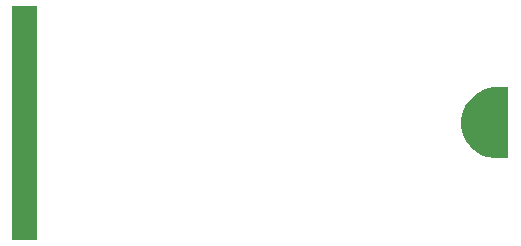
<source format=gbs>
G04*
G04 #@! TF.GenerationSoftware,Altium Limited,Altium Designer,21.1.0 (24)*
G04*
G04 Layer_Color=16711935*
%FSLAX44Y44*%
%MOMM*%
G71*
G04*
G04 #@! TF.SameCoordinates,8E971300-D6CB-4BFE-A36B-9E0936113F83*
G04*
G04*
G04 #@! TF.FilePolarity,Negative*
G04*
G01*
G75*
%ADD29R,1.7032X0.5532*%
G36*
X-0Y249250D02*
X2Y50750D01*
X21000Y50750D01*
X21000Y249250D01*
X-0Y249250D01*
D02*
G37*
G36*
X410000Y120000D02*
X407639D01*
X402975Y120739D01*
X398484Y122198D01*
X394277Y124342D01*
X390456Y127117D01*
X387117Y130456D01*
X384342Y134277D01*
X382198Y138484D01*
X380739Y142975D01*
X380000Y147639D01*
Y152361D01*
X380739Y157025D01*
X382198Y161516D01*
X384342Y165723D01*
X387117Y169544D01*
X390456Y172883D01*
X394277Y175658D01*
X398484Y177802D01*
X402975Y179261D01*
X407639Y180000D01*
X410000D01*
D01*
X420000Y180000D01*
X420000Y120000D01*
X410000Y120000D01*
D02*
G37*
D29*
X12500Y240000D02*
D03*
Y235000D02*
D03*
Y230000D02*
D03*
Y225000D02*
D03*
Y220000D02*
D03*
Y215000D02*
D03*
Y210000D02*
D03*
Y205000D02*
D03*
Y200000D02*
D03*
Y195000D02*
D03*
Y190000D02*
D03*
Y185000D02*
D03*
Y180000D02*
D03*
Y175000D02*
D03*
Y170000D02*
D03*
Y165000D02*
D03*
Y160000D02*
D03*
Y155000D02*
D03*
Y150000D02*
D03*
Y145000D02*
D03*
Y140000D02*
D03*
Y135000D02*
D03*
Y110000D02*
D03*
Y105000D02*
D03*
Y100000D02*
D03*
Y95000D02*
D03*
Y90000D02*
D03*
Y85000D02*
D03*
Y80000D02*
D03*
Y75000D02*
D03*
Y70000D02*
D03*
Y65000D02*
D03*
Y60000D02*
D03*
M02*

</source>
